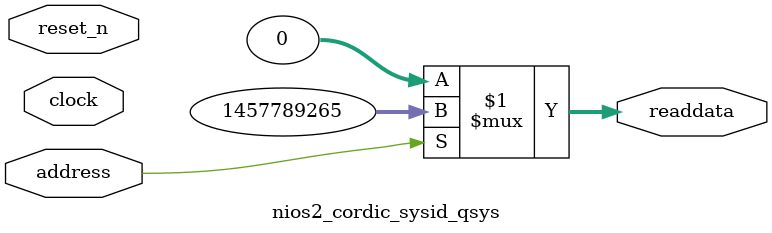
<source format=v>

`timescale 1ns / 1ps
// synthesis translate_on

// turn off superfluous verilog processor warnings 
// altera message_level Level1 
// altera message_off 10034 10035 10036 10037 10230 10240 10030 

module nios2_cordic_sysid_qsys (
               // inputs:
                address,
                clock,
                reset_n,

               // outputs:
                readdata
             )
;

  output  [ 31: 0] readdata;
  input            address;
  input            clock;
  input            reset_n;

  wire    [ 31: 0] readdata;
  //control_slave, which is an e_avalon_slave
  assign readdata = address ? 1457789265 : 0;

endmodule




</source>
